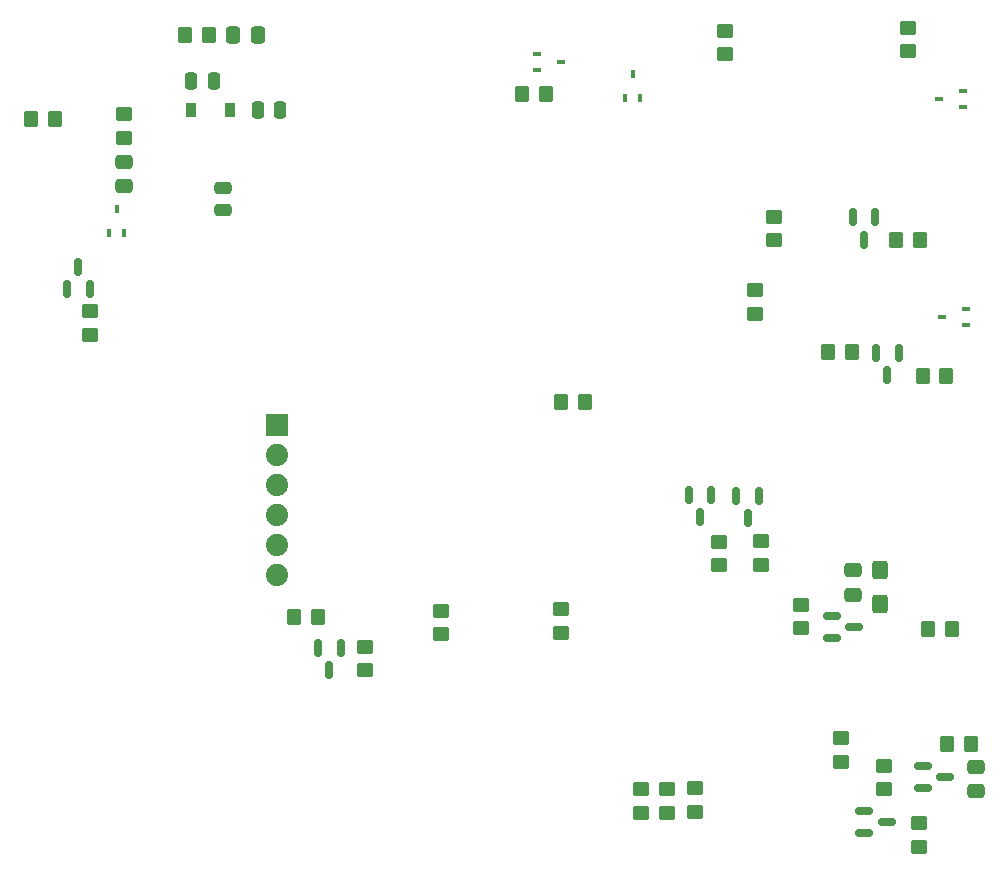
<source format=gbr>
%TF.GenerationSoftware,KiCad,Pcbnew,6.0.11-2627ca5db0~126~ubuntu22.04.1*%
%TF.CreationDate,2023-03-04T02:01:30-05:00*%
%TF.ProjectId,webasto-mainboard,77656261-7374-46f2-9d6d-61696e626f61,2.0*%
%TF.SameCoordinates,Original*%
%TF.FileFunction,Paste,Bot*%
%TF.FilePolarity,Positive*%
%FSLAX46Y46*%
G04 Gerber Fmt 4.6, Leading zero omitted, Abs format (unit mm)*
G04 Created by KiCad (PCBNEW 6.0.11-2627ca5db0~126~ubuntu22.04.1) date 2023-03-04 02:01:30*
%MOMM*%
%LPD*%
G01*
G04 APERTURE LIST*
G04 Aperture macros list*
%AMRoundRect*
0 Rectangle with rounded corners*
0 $1 Rounding radius*
0 $2 $3 $4 $5 $6 $7 $8 $9 X,Y pos of 4 corners*
0 Add a 4 corners polygon primitive as box body*
4,1,4,$2,$3,$4,$5,$6,$7,$8,$9,$2,$3,0*
0 Add four circle primitives for the rounded corners*
1,1,$1+$1,$2,$3*
1,1,$1+$1,$4,$5*
1,1,$1+$1,$6,$7*
1,1,$1+$1,$8,$9*
0 Add four rect primitives between the rounded corners*
20,1,$1+$1,$2,$3,$4,$5,0*
20,1,$1+$1,$4,$5,$6,$7,0*
20,1,$1+$1,$6,$7,$8,$9,0*
20,1,$1+$1,$8,$9,$2,$3,0*%
G04 Aperture macros list end*
%ADD10R,1.879600X1.879600*%
%ADD11C,1.879600*%
%ADD12R,0.450000X0.700000*%
%ADD13RoundRect,0.250000X-0.450000X0.350000X-0.450000X-0.350000X0.450000X-0.350000X0.450000X0.350000X0*%
%ADD14RoundRect,0.250000X-0.350000X-0.450000X0.350000X-0.450000X0.350000X0.450000X-0.350000X0.450000X0*%
%ADD15RoundRect,0.250000X0.450000X-0.350000X0.450000X0.350000X-0.450000X0.350000X-0.450000X-0.350000X0*%
%ADD16R,0.900000X1.200000*%
%ADD17RoundRect,0.250000X0.350000X0.450000X-0.350000X0.450000X-0.350000X-0.450000X0.350000X-0.450000X0*%
%ADD18RoundRect,0.150000X-0.587500X-0.150000X0.587500X-0.150000X0.587500X0.150000X-0.587500X0.150000X0*%
%ADD19RoundRect,0.150000X-0.150000X0.587500X-0.150000X-0.587500X0.150000X-0.587500X0.150000X0.587500X0*%
%ADD20R,0.700000X0.450000*%
%ADD21RoundRect,0.150000X0.150000X-0.587500X0.150000X0.587500X-0.150000X0.587500X-0.150000X-0.587500X0*%
%ADD22RoundRect,0.250000X-0.475000X0.337500X-0.475000X-0.337500X0.475000X-0.337500X0.475000X0.337500X0*%
%ADD23RoundRect,0.250000X-0.250000X-0.475000X0.250000X-0.475000X0.250000X0.475000X-0.250000X0.475000X0*%
%ADD24RoundRect,0.250000X0.475000X-0.250000X0.475000X0.250000X-0.475000X0.250000X-0.475000X-0.250000X0*%
%ADD25RoundRect,0.250000X0.425000X-0.537500X0.425000X0.537500X-0.425000X0.537500X-0.425000X-0.537500X0*%
%ADD26RoundRect,0.250000X0.250000X0.475000X-0.250000X0.475000X-0.250000X-0.475000X0.250000X-0.475000X0*%
%ADD27RoundRect,0.250000X0.475000X-0.337500X0.475000X0.337500X-0.475000X0.337500X-0.475000X-0.337500X0*%
%ADD28RoundRect,0.250000X0.337500X0.475000X-0.337500X0.475000X-0.337500X-0.475000X0.337500X-0.475000X0*%
G04 APERTURE END LIST*
D10*
%TO.C,J1*%
X124820000Y-89130000D03*
D11*
X124820000Y-91670000D03*
X124820000Y-94210000D03*
X124820000Y-96750000D03*
X124820000Y-99290000D03*
X124820000Y-101830000D03*
%TD*%
D12*
%TO.C,D12*%
X155590000Y-61452000D03*
X154290000Y-61452000D03*
X154940000Y-59452000D03*
%TD*%
D13*
%TO.C,R29*%
X165800000Y-99000000D03*
X165800000Y-101000000D03*
%TD*%
%TO.C,R35*%
X172550000Y-115650000D03*
X172550000Y-117650000D03*
%TD*%
D14*
%TO.C,R38*%
X117050000Y-56100000D03*
X119050000Y-56100000D03*
%TD*%
D15*
%TO.C,R8*%
X109000000Y-81500000D03*
X109000000Y-79500000D03*
%TD*%
D16*
%TO.C,D8*%
X117550000Y-62475000D03*
X120850000Y-62475000D03*
%TD*%
D17*
%TO.C,R30*%
X128300000Y-105425000D03*
X126300000Y-105425000D03*
%TD*%
D18*
%TO.C,Q17*%
X179500000Y-119900000D03*
X179500000Y-118000000D03*
X181375000Y-118950000D03*
%TD*%
D13*
%TO.C,R13*%
X178250000Y-55500000D03*
X178250000Y-57500000D03*
%TD*%
D14*
%TO.C,R6*%
X148870000Y-87200000D03*
X150870000Y-87200000D03*
%TD*%
D19*
%TO.C,Q15*%
X159662635Y-95095797D03*
X161562635Y-95095797D03*
X160612635Y-96970797D03*
%TD*%
D18*
%TO.C,Q18*%
X174550000Y-123725000D03*
X174550000Y-121825000D03*
X176425000Y-122775000D03*
%TD*%
D20*
%TO.C,D6*%
X183118000Y-79360000D03*
X183118000Y-80660000D03*
X181118000Y-80010000D03*
%TD*%
D21*
%TO.C,Q4*%
X108950000Y-77625000D03*
X107050000Y-77625000D03*
X108000000Y-75750000D03*
%TD*%
D22*
%TO.C,C13*%
X184000000Y-118087500D03*
X184000000Y-120162500D03*
%TD*%
D15*
%TO.C,R23*%
X132275000Y-109925000D03*
X132275000Y-107925000D03*
%TD*%
D19*
%TO.C,Q3*%
X175550000Y-83062500D03*
X177450000Y-83062500D03*
X176500000Y-84937500D03*
%TD*%
D23*
%TO.C,C5*%
X117575000Y-60025000D03*
X119475000Y-60025000D03*
%TD*%
D13*
%TO.C,R32*%
X138725000Y-104875000D03*
X138725000Y-106875000D03*
%TD*%
D18*
%TO.C,U3*%
X171775000Y-107200000D03*
X171775000Y-105300000D03*
X173650000Y-106250000D03*
%TD*%
D15*
%TO.C,R24*%
X165300000Y-79700000D03*
X165300000Y-77700000D03*
%TD*%
D19*
%TO.C,Q2*%
X173550000Y-71562500D03*
X175450000Y-71562500D03*
X174500000Y-73437500D03*
%TD*%
D15*
%TO.C,R37*%
X179200000Y-124875000D03*
X179200000Y-122875000D03*
%TD*%
D19*
%TO.C,Q8*%
X128300000Y-108050000D03*
X130200000Y-108050000D03*
X129250000Y-109925000D03*
%TD*%
D17*
%TO.C,R1*%
X181975000Y-106375000D03*
X179975000Y-106375000D03*
%TD*%
D15*
%TO.C,R34*%
X176225000Y-120000000D03*
X176225000Y-118000000D03*
%TD*%
D12*
%TO.C,D5*%
X111902000Y-72882000D03*
X110602000Y-72882000D03*
X111252000Y-70882000D03*
%TD*%
D14*
%TO.C,R7*%
X171500000Y-83000000D03*
X173500000Y-83000000D03*
%TD*%
D24*
%TO.C,C3*%
X120250000Y-70950000D03*
X120250000Y-69050000D03*
%TD*%
D19*
%TO.C,Q16*%
X163716824Y-95113167D03*
X165616824Y-95113167D03*
X164666824Y-96988167D03*
%TD*%
D17*
%TO.C,R26*%
X147600000Y-61100000D03*
X145600000Y-61100000D03*
%TD*%
%TO.C,R36*%
X183575000Y-116125000D03*
X181575000Y-116125000D03*
%TD*%
D13*
%TO.C,R33*%
X148900000Y-104725000D03*
X148900000Y-106725000D03*
%TD*%
%TO.C,R39*%
X111825000Y-62850000D03*
X111825000Y-64850000D03*
%TD*%
D17*
%TO.C,R10*%
X181500000Y-85000000D03*
X179500000Y-85000000D03*
%TD*%
D13*
%TO.C,R12*%
X162750000Y-55750000D03*
X162750000Y-57750000D03*
%TD*%
D20*
%TO.C,D4*%
X182900000Y-60900000D03*
X182900000Y-62200000D03*
X180900000Y-61550000D03*
%TD*%
%TO.C,D11*%
X146828000Y-59070000D03*
X146828000Y-57770000D03*
X148828000Y-58420000D03*
%TD*%
D25*
%TO.C,C1*%
X175900000Y-104325000D03*
X175900000Y-101450000D03*
%TD*%
D26*
%TO.C,C4*%
X125090000Y-62490000D03*
X123190000Y-62490000D03*
%TD*%
D13*
%TO.C,R4*%
X157875000Y-119950000D03*
X157875000Y-121950000D03*
%TD*%
D15*
%TO.C,R31*%
X166931638Y-73493555D03*
X166931638Y-71493555D03*
%TD*%
D14*
%TO.C,R14*%
X104000000Y-63250000D03*
X106000000Y-63250000D03*
%TD*%
D13*
%TO.C,R28*%
X162274502Y-99028417D03*
X162274502Y-101028417D03*
%TD*%
%TO.C,R5*%
X160225000Y-119900000D03*
X160225000Y-121900000D03*
%TD*%
D17*
%TO.C,R9*%
X179250000Y-73500000D03*
X177250000Y-73500000D03*
%TD*%
D13*
%TO.C,R3*%
X155650000Y-119975000D03*
X155650000Y-121975000D03*
%TD*%
D22*
%TO.C,C15*%
X111875000Y-66862500D03*
X111875000Y-68937500D03*
%TD*%
D27*
%TO.C,C2*%
X173600000Y-103525000D03*
X173600000Y-101450000D03*
%TD*%
D15*
%TO.C,R2*%
X169200000Y-106350000D03*
X169200000Y-104350000D03*
%TD*%
D28*
%TO.C,C14*%
X123175000Y-56125000D03*
X121100000Y-56125000D03*
%TD*%
M02*

</source>
